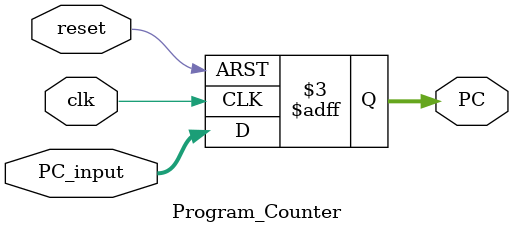
<source format=v>
`timescale 1ns / 1ps


module Program_Counter(
input clk,
input reset,
input [31:0] PC_input,
output reg [31:0] PC
);


always@(posedge clk or posedge reset)
begin
    if ( reset == 1'b1 )
    begin
        PC = 32'b0;
    end
    
    else
    begin
	   PC = PC_input;
    end
end
endmodule

</source>
